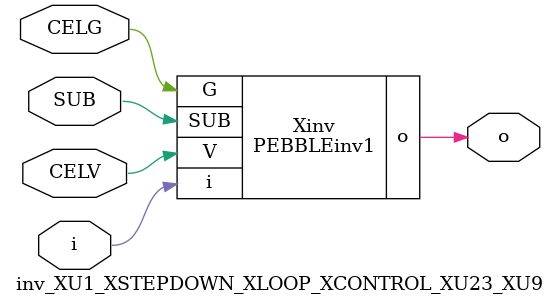
<source format=v>



module PEBBLEinv1 ( o, G, SUB, V, i );

  input V;
  input i;
  input G;
  output o;
  input SUB;
endmodule

//Celera Confidential Do Not Copy inv_XU1_XSTEPDOWN_XLOOP_XCONTROL_XU23_XU9
//Celera Confidential Symbol Generator
//5V Inverter
module inv_XU1_XSTEPDOWN_XLOOP_XCONTROL_XU23_XU9 (CELV,CELG,i,o,SUB);
input CELV;
input CELG;
input i;
input SUB;
output o;

//Celera Confidential Do Not Copy inv
PEBBLEinv1 Xinv(
.V (CELV),
.i (i),
.o (o),
.SUB (SUB),
.G (CELG)
);
//,diesize,PEBBLEinv1

//Celera Confidential Do Not Copy Module End
//Celera Schematic Generator
endmodule

</source>
